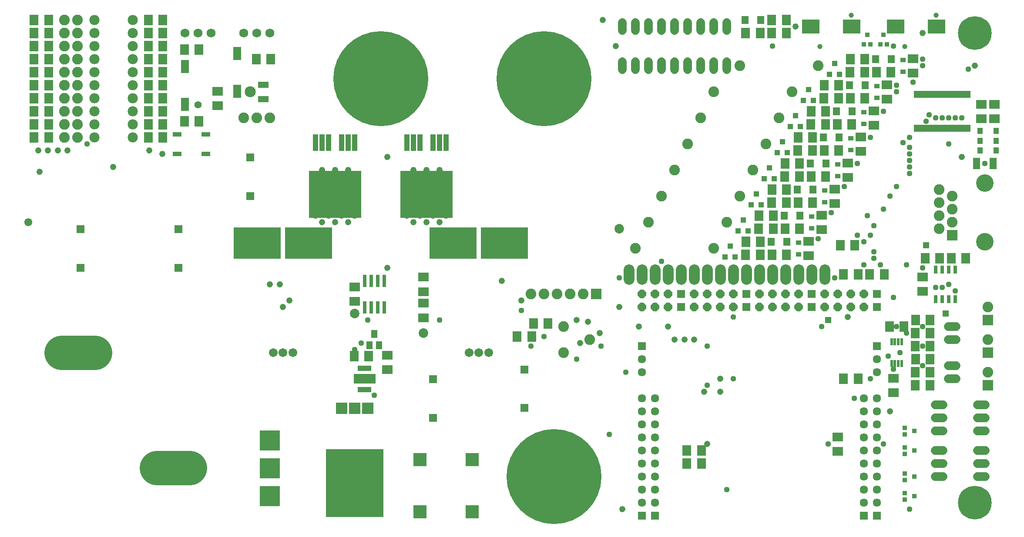
<source format=gts>
G75*
%MOIN*%
%OFA0B0*%
%FSLAX24Y24*%
%IPPOS*%
%LPD*%
%AMOC8*
5,1,8,0,0,1.08239X$1,22.5*
%
%ADD10C,0.2580*%
%ADD11R,0.0198X0.0572*%
%ADD12C,0.0674*%
%ADD13R,0.0407X0.0328*%
%ADD14R,0.0789X0.0710*%
%ADD15R,0.0710X0.0790*%
%ADD16R,0.0395X0.0434*%
%ADD17C,0.0820*%
%ADD18R,0.0710X0.0789*%
%ADD19R,0.0552X0.0631*%
%ADD20R,0.0198X0.0552*%
%ADD21R,0.0552X0.0867*%
%ADD22R,0.0434X0.0454*%
%ADD23R,0.0790X0.0710*%
%ADD24C,0.0671*%
%ADD25R,0.3623X0.2442*%
%ADD26C,0.0477*%
%ADD27C,0.7280*%
%ADD28R,0.0395X0.1261*%
%ADD29R,0.4017X0.3623*%
%ADD30R,0.0316X0.0946*%
%ADD31C,0.2620*%
%ADD32R,0.0595X0.0595*%
%ADD33R,0.1580X0.1580*%
%ADD34R,0.0907X0.0907*%
%ADD35R,0.4411X0.5198*%
%ADD36R,0.0254X0.0430*%
%ADD37R,0.1655X0.0741*%
%ADD38R,0.0474X0.0631*%
%ADD39R,0.0820X0.0820*%
%ADD40C,0.0680*%
%ADD41R,0.0631X0.1025*%
%ADD42R,0.0789X0.0474*%
%ADD43C,0.0780*%
%ADD44R,0.0680X0.0380*%
%ADD45R,0.1340X0.1064*%
%ADD46C,0.0395*%
%ADD47R,0.0356X0.0356*%
%ADD48R,0.0634X0.0634*%
%ADD49OC8,0.0634*%
%ADD50C,0.0634*%
%ADD51C,0.0820*%
%ADD52C,0.1340*%
%ADD53R,0.0273X0.0592*%
%ADD54R,0.1025X0.1025*%
%ADD55C,0.0437*%
%ADD56C,0.0611*%
%ADD57C,0.0730*%
%ADD58C,0.0476*%
%ADD59C,0.0848*%
%ADD60C,0.0555*%
%ADD61R,0.0476X0.0476*%
D10*
X073100Y022125D03*
X073100Y058125D03*
D11*
X072667Y053424D03*
X072470Y053424D03*
X072273Y053424D03*
X072076Y053424D03*
X071880Y053424D03*
X071683Y053424D03*
X071486Y053424D03*
X071289Y053424D03*
X071092Y053424D03*
X070895Y053424D03*
X070698Y053424D03*
X070502Y053424D03*
X070305Y053424D03*
X070108Y053424D03*
X069911Y053424D03*
X069714Y053424D03*
X069517Y053424D03*
X069320Y053424D03*
X069124Y053424D03*
X068927Y053424D03*
X068730Y053424D03*
X068533Y053424D03*
X068533Y050826D03*
X068730Y050826D03*
X068927Y050826D03*
X069124Y050826D03*
X069320Y050826D03*
X069517Y050826D03*
X069714Y050826D03*
X069911Y050826D03*
X070108Y050826D03*
X070305Y050826D03*
X070502Y050826D03*
X070698Y050826D03*
X070895Y050826D03*
X071092Y050826D03*
X071289Y050826D03*
X071486Y050826D03*
X071683Y050826D03*
X071880Y050826D03*
X072076Y050826D03*
X072273Y050826D03*
X072470Y050826D03*
X072667Y050826D03*
D12*
X054100Y055328D02*
X054100Y055922D01*
X053100Y055922D02*
X053100Y055328D01*
X052100Y055328D02*
X052100Y055922D01*
X051100Y055922D02*
X051100Y055328D01*
X050100Y055328D02*
X050100Y055922D01*
X049100Y055922D02*
X049100Y055328D01*
X048100Y055328D02*
X048100Y055922D01*
X047100Y055922D02*
X047100Y055328D01*
X046100Y055328D02*
X046100Y055922D01*
X046100Y058328D02*
X046100Y058922D01*
X047100Y058922D02*
X047100Y058328D01*
X048100Y058328D02*
X048100Y058922D01*
X049100Y058922D02*
X049100Y058328D01*
X050100Y058328D02*
X050100Y058922D01*
X051100Y058922D02*
X051100Y058328D01*
X052100Y058328D02*
X052100Y058922D01*
X053100Y058922D02*
X053100Y058328D01*
X054100Y058328D02*
X054100Y058922D01*
X071053Y035625D02*
X071647Y035625D01*
X071647Y034625D02*
X071053Y034625D01*
X071053Y032625D02*
X071647Y032625D01*
X071647Y031625D02*
X071053Y031625D01*
X070647Y029625D02*
X070053Y029625D01*
X070053Y028625D02*
X070647Y028625D01*
X070647Y027625D02*
X070053Y027625D01*
X070053Y026125D02*
X070647Y026125D01*
X070647Y025125D02*
X070053Y025125D01*
X070053Y024125D02*
X070647Y024125D01*
X073303Y024125D02*
X073897Y024125D01*
X073897Y025125D02*
X073303Y025125D01*
X073303Y026125D02*
X073897Y026125D01*
X073897Y027625D02*
X073303Y027625D01*
X073303Y028625D02*
X073897Y028625D01*
X073897Y029625D02*
X073303Y029625D01*
D13*
X059600Y041172D03*
X059600Y042078D03*
X060600Y043172D03*
X060600Y044078D03*
X061600Y045172D03*
X061600Y046078D03*
X062600Y047172D03*
X062600Y048078D03*
X063600Y049172D03*
X063600Y050078D03*
X064600Y051172D03*
X064600Y052078D03*
X065600Y053172D03*
X065600Y054078D03*
X067600Y055172D03*
X067600Y056078D03*
D14*
X068350Y056176D03*
X068350Y055074D03*
X066350Y054176D03*
X066350Y053074D03*
X065350Y052176D03*
X065350Y051074D03*
X064350Y050176D03*
X064350Y049074D03*
X063350Y048176D03*
X063350Y047074D03*
X062350Y046176D03*
X062350Y045074D03*
X061350Y044176D03*
X061350Y043074D03*
X060350Y042176D03*
X060350Y041074D03*
X069100Y039426D03*
X069100Y038324D03*
X066850Y031676D03*
X066850Y030574D03*
X073600Y051574D03*
X073600Y052676D03*
X028100Y033426D03*
X028100Y032324D03*
X025600Y037574D03*
X025600Y038676D03*
X015100Y052574D03*
X015100Y053676D03*
D15*
X010910Y054125D03*
X010910Y055125D03*
X009790Y055125D03*
X009790Y054125D03*
X009790Y053125D03*
X009790Y052125D03*
X010910Y052125D03*
X010910Y053125D03*
X010910Y051125D03*
X010910Y050125D03*
X009790Y050125D03*
X009790Y051125D03*
X009790Y056125D03*
X009790Y057125D03*
X010910Y057125D03*
X010910Y056125D03*
X010910Y058125D03*
X009790Y058125D03*
X009790Y059125D03*
X010910Y059125D03*
X002160Y059125D03*
X001040Y059125D03*
X001040Y058125D03*
X002160Y058125D03*
X002160Y057125D03*
X002160Y056125D03*
X001040Y056125D03*
X001040Y057125D03*
X001040Y055125D03*
X001040Y054125D03*
X002160Y054125D03*
X002160Y055125D03*
X002160Y053125D03*
X002160Y052125D03*
X001040Y052125D03*
X001040Y053125D03*
X001040Y051125D03*
X001040Y050125D03*
X002160Y050125D03*
X002160Y051125D03*
X038040Y034875D03*
X039160Y034875D03*
X039290Y035875D03*
X040410Y035875D03*
X051040Y026125D03*
X051040Y025125D03*
X052160Y025125D03*
X052160Y026125D03*
X063040Y031625D03*
X064160Y031625D03*
X068540Y031125D03*
X068540Y032125D03*
X069660Y032125D03*
X069660Y031125D03*
X069660Y034125D03*
X069660Y035125D03*
X068540Y035125D03*
X068540Y034125D03*
X066160Y039625D03*
X065040Y039625D03*
X064160Y039625D03*
X063040Y039625D03*
X062790Y041875D03*
X063910Y041875D03*
X058660Y045125D03*
X057540Y045125D03*
X057660Y043125D03*
X056540Y043125D03*
X056660Y041125D03*
X055540Y041125D03*
X058540Y047125D03*
X059660Y047125D03*
X059540Y049125D03*
X060660Y049125D03*
X060540Y051125D03*
X061660Y051125D03*
X061540Y053125D03*
X062660Y053125D03*
X063540Y055125D03*
X064660Y055125D03*
X058660Y058125D03*
X057540Y058125D03*
X056660Y058125D03*
X055540Y058125D03*
X057540Y059125D03*
X058660Y059125D03*
D16*
X062350Y055808D03*
X061976Y054981D03*
X062724Y054981D03*
X060350Y053808D03*
X059976Y052981D03*
X060724Y052981D03*
X059350Y051808D03*
X058976Y050981D03*
X059724Y050981D03*
X058350Y049808D03*
X057976Y048981D03*
X058724Y048981D03*
X057350Y047808D03*
X056976Y046981D03*
X057724Y046981D03*
X056350Y045808D03*
X055976Y044981D03*
X056724Y044981D03*
X055350Y043808D03*
X054976Y042981D03*
X055724Y042981D03*
X054350Y041808D03*
X053976Y040981D03*
X054724Y040981D03*
D17*
X053100Y041625D03*
X054100Y043625D03*
X055100Y045625D03*
X056100Y047625D03*
X057100Y049625D03*
X058100Y051625D03*
X059100Y053625D03*
X061100Y055625D03*
X055100Y055625D03*
X053100Y053625D03*
X052100Y051625D03*
X051100Y049625D03*
X050100Y047625D03*
X049100Y045625D03*
X048100Y043625D03*
X047100Y041625D03*
X043100Y038125D03*
X042100Y038125D03*
X041100Y038125D03*
X040100Y038125D03*
X039100Y038125D03*
X041600Y035625D03*
X043600Y034625D03*
X041600Y033625D03*
X019100Y051625D03*
X018100Y051625D03*
X017100Y051625D03*
X004350Y051125D03*
X004350Y050125D03*
X003350Y050125D03*
X003350Y051125D03*
X003350Y052125D03*
X003350Y053125D03*
X004350Y053125D03*
X004350Y052125D03*
X004350Y054125D03*
X004350Y055125D03*
X003350Y055125D03*
X003350Y054125D03*
X003350Y056125D03*
X003350Y057125D03*
X004350Y057125D03*
X004350Y056125D03*
X004350Y058125D03*
X003350Y058125D03*
X003350Y059125D03*
X004350Y059125D03*
X070350Y046125D03*
X070350Y045125D03*
X070350Y044125D03*
X070350Y043125D03*
X071350Y043625D03*
X071350Y044625D03*
X071350Y045625D03*
X074100Y037125D03*
X074100Y034625D03*
X074100Y032125D03*
D18*
X069651Y033125D03*
X068549Y033125D03*
X067651Y035625D03*
X068549Y036125D03*
X069651Y036125D03*
X066549Y035625D03*
X069299Y040875D03*
X070401Y040875D03*
X071299Y040875D03*
X072401Y040875D03*
X062651Y049125D03*
X061549Y049125D03*
X060651Y050125D03*
X059549Y050125D03*
X060549Y052125D03*
X061651Y052125D03*
X062549Y051125D03*
X063651Y051125D03*
X063549Y053125D03*
X064651Y053125D03*
X062651Y054125D03*
X061549Y054125D03*
X063549Y056125D03*
X064651Y056125D03*
X065549Y055125D03*
X066651Y055125D03*
X059651Y048125D03*
X060549Y047125D03*
X061651Y047125D03*
X060651Y045125D03*
X059549Y045125D03*
X058651Y046125D03*
X057549Y046125D03*
X057651Y044125D03*
X056549Y044125D03*
X058549Y043125D03*
X059651Y043125D03*
X058651Y041125D03*
X057549Y041125D03*
X056651Y042125D03*
X055549Y042125D03*
X058549Y048125D03*
X026651Y033375D03*
X025549Y033375D03*
X013651Y051375D03*
X012549Y051375D03*
X018049Y056125D03*
X019151Y056125D03*
X013651Y056875D03*
X012549Y056875D03*
D19*
X055509Y059125D03*
X056691Y059125D03*
X063509Y054125D03*
X064691Y054125D03*
X065509Y056125D03*
X066691Y056125D03*
X063691Y052125D03*
X062509Y052125D03*
X062691Y050125D03*
X061509Y050125D03*
X061691Y048125D03*
X060509Y048125D03*
X060691Y046125D03*
X059509Y046125D03*
X059691Y044125D03*
X058509Y044125D03*
X058691Y042125D03*
X057509Y042125D03*
D20*
X066716Y034456D03*
X066972Y034456D03*
X067228Y034456D03*
X067483Y034456D03*
X067483Y032793D03*
X067228Y032793D03*
X066972Y032793D03*
X066716Y032793D03*
D21*
X073220Y048125D03*
X074480Y048125D03*
D22*
X074720Y049125D03*
X074720Y049875D03*
X074720Y050625D03*
X073480Y050625D03*
X073480Y049875D03*
X073480Y049125D03*
D23*
X074600Y051565D03*
X074600Y052685D03*
X062600Y027185D03*
X062600Y026065D03*
X030850Y036315D03*
X030850Y037435D03*
X030850Y038315D03*
X030850Y039435D03*
D24*
X034348Y033625D03*
X035100Y033625D03*
X035852Y033625D03*
X020852Y033625D03*
X020100Y033625D03*
X019348Y033625D03*
D25*
X018131Y042050D03*
X022069Y042050D03*
X033131Y042050D03*
X037069Y042050D03*
D26*
X037332Y041263D03*
X037856Y041263D03*
X038328Y041420D03*
X038604Y041775D03*
X038604Y042326D03*
X038328Y042680D03*
X037856Y042838D03*
X037332Y042838D03*
X036805Y042838D03*
X036281Y042838D03*
X035809Y042680D03*
X035533Y042326D03*
X035533Y041775D03*
X035809Y041420D03*
X036281Y041263D03*
X036805Y041263D03*
X034667Y041775D03*
X034391Y041420D03*
X033919Y041263D03*
X033395Y041263D03*
X032868Y041263D03*
X032344Y041263D03*
X031872Y041420D03*
X031596Y041775D03*
X031596Y042326D03*
X031872Y042680D03*
X032344Y042838D03*
X032868Y042838D03*
X033395Y042838D03*
X033919Y042838D03*
X034391Y042680D03*
X034667Y042326D03*
X023604Y042326D03*
X023328Y042680D03*
X022856Y042838D03*
X022332Y042838D03*
X021805Y042838D03*
X021281Y042838D03*
X020809Y042680D03*
X020533Y042326D03*
X020533Y041775D03*
X020809Y041420D03*
X021281Y041263D03*
X021805Y041263D03*
X022332Y041263D03*
X022856Y041263D03*
X023328Y041420D03*
X023604Y041775D03*
X019667Y041775D03*
X019391Y041420D03*
X018919Y041263D03*
X018395Y041263D03*
X017868Y041263D03*
X017344Y041263D03*
X016872Y041420D03*
X016596Y041775D03*
X016596Y042326D03*
X016872Y042680D03*
X017344Y042838D03*
X017868Y042838D03*
X018395Y042838D03*
X018919Y042838D03*
X019391Y042680D03*
X019667Y042326D03*
D27*
X027600Y054625D03*
X040100Y054625D03*
X040850Y024125D03*
D28*
X032600Y049750D03*
X032100Y049750D03*
X031600Y049750D03*
X030600Y049750D03*
X030100Y049750D03*
X029600Y049750D03*
X025600Y049750D03*
X025100Y049750D03*
X024600Y049750D03*
X023600Y049750D03*
X023100Y049750D03*
X022600Y049750D03*
D29*
X024100Y045773D03*
X031100Y045773D03*
D30*
X027850Y039149D03*
X027350Y039149D03*
X026850Y039149D03*
X026350Y039149D03*
X026350Y037101D03*
X026850Y037101D03*
X027350Y037101D03*
X027850Y037101D03*
D31*
X012964Y024790D02*
X010424Y024790D01*
X005681Y033649D02*
X003141Y033649D01*
D32*
X004600Y040149D03*
X004600Y043101D03*
X012100Y043101D03*
X012100Y040149D03*
X017600Y045649D03*
X017600Y048601D03*
X031600Y031601D03*
X031600Y028649D03*
X038600Y029399D03*
X038600Y032351D03*
D33*
X019100Y022625D03*
X019100Y024771D03*
X019100Y026916D03*
D34*
X024600Y029361D03*
X025600Y029361D03*
X026600Y029361D03*
D35*
X025600Y023625D03*
D36*
X025966Y030796D03*
X026222Y030796D03*
X026478Y030796D03*
X026734Y030796D03*
X026734Y032454D03*
X026478Y032454D03*
X026222Y032454D03*
X025966Y032454D03*
D37*
X026350Y031625D03*
D38*
X026726Y034192D03*
X027474Y034192D03*
X027100Y035058D03*
D39*
X044100Y038125D03*
X071350Y042625D03*
X074100Y036125D03*
X074100Y033625D03*
X074100Y031125D03*
D40*
X019100Y058125D03*
X018100Y058125D03*
X017100Y058125D03*
X014600Y058125D03*
X013600Y058125D03*
X012600Y058125D03*
D41*
X012600Y055582D03*
X012600Y052668D03*
X016600Y053668D03*
X016600Y056582D03*
D42*
X018600Y054176D03*
X018600Y053074D03*
D43*
X008600Y053125D03*
X008600Y052125D03*
X008600Y051125D03*
X008600Y050125D03*
X005647Y050125D03*
X005647Y051125D03*
X005647Y052125D03*
X005647Y053125D03*
X005647Y054125D03*
X005647Y055125D03*
X005647Y056125D03*
X005647Y057125D03*
X005647Y058125D03*
X005647Y059125D03*
X008600Y059125D03*
X008600Y058125D03*
X008600Y057125D03*
X008600Y056125D03*
X008600Y055125D03*
X008600Y054125D03*
D44*
X012000Y050375D03*
X012000Y048875D03*
X014200Y048875D03*
X014200Y050375D03*
D45*
X060525Y058625D03*
X063675Y058625D03*
X067025Y058625D03*
X070175Y058625D03*
D46*
X070135Y059511D03*
X067714Y057090D03*
X063635Y059511D03*
X061214Y057090D03*
D47*
X064594Y057261D03*
X065106Y057261D03*
X065844Y057261D03*
X066356Y057261D03*
X066100Y057989D03*
X064850Y057989D03*
X067736Y027881D03*
X067736Y027369D03*
X068464Y027625D03*
X067736Y026381D03*
X067736Y025869D03*
X068464Y026125D03*
X067736Y024381D03*
X067736Y023869D03*
X068464Y024125D03*
X067736Y022881D03*
X067736Y022369D03*
X068464Y022625D03*
D48*
X065600Y021125D03*
X064600Y021125D03*
X048600Y021125D03*
X047600Y021125D03*
X047600Y034125D03*
X050600Y037125D03*
X050600Y038125D03*
X055600Y038125D03*
X055600Y037125D03*
X060600Y037125D03*
X060600Y038125D03*
X065600Y038125D03*
X065600Y037125D03*
X065600Y034125D03*
D49*
X064600Y037125D03*
X063600Y037125D03*
X062600Y037125D03*
X062600Y038125D03*
X063600Y038125D03*
X064600Y038125D03*
X061600Y038125D03*
X061600Y037125D03*
X059600Y037125D03*
X059600Y038125D03*
X058600Y038125D03*
X057600Y038125D03*
X056600Y038125D03*
X056600Y037125D03*
X057600Y037125D03*
X058600Y037125D03*
X054600Y037125D03*
X053600Y037125D03*
X052600Y037125D03*
X052600Y038125D03*
X053600Y038125D03*
X054600Y038125D03*
X051600Y038125D03*
X051600Y037125D03*
X049600Y037125D03*
X048600Y037125D03*
X048600Y038125D03*
X049600Y038125D03*
X047600Y038125D03*
X047600Y037125D03*
D50*
X047600Y033125D03*
X047600Y032125D03*
X047600Y030125D03*
X047600Y029125D03*
X047600Y028125D03*
X047600Y027125D03*
X047600Y026125D03*
X047600Y025125D03*
X047600Y024125D03*
X047600Y023125D03*
X047600Y022125D03*
X048600Y022125D03*
X048600Y023125D03*
X048600Y024125D03*
X048600Y025125D03*
X048600Y026125D03*
X048600Y027125D03*
X048600Y028125D03*
X048600Y029125D03*
X048600Y030125D03*
X064600Y030125D03*
X064600Y029125D03*
X065600Y029125D03*
X065600Y030125D03*
X065600Y028125D03*
X065600Y027125D03*
X064600Y027125D03*
X064600Y028125D03*
X064600Y026125D03*
X064600Y025125D03*
X065600Y025125D03*
X065600Y026125D03*
X065600Y024125D03*
X064600Y024125D03*
X064600Y023125D03*
X064600Y022125D03*
X065600Y022125D03*
X065600Y023125D03*
X065600Y032125D03*
X065600Y033125D03*
D51*
X061600Y039255D02*
X061600Y039995D01*
X060600Y039995D02*
X060600Y039255D01*
X059600Y039255D02*
X059600Y039995D01*
X058600Y039995D02*
X058600Y039255D01*
X057600Y039255D02*
X057600Y039995D01*
X056600Y039995D02*
X056600Y039255D01*
X055600Y039255D02*
X055600Y039995D01*
X054600Y039995D02*
X054600Y039255D01*
X053600Y039255D02*
X053600Y039995D01*
X052600Y039995D02*
X052600Y039255D01*
X051600Y039255D02*
X051600Y039995D01*
X050600Y039995D02*
X050600Y039255D01*
X049600Y039255D02*
X049600Y039995D01*
X048600Y039995D02*
X048600Y039255D01*
X047600Y039255D02*
X047600Y039995D01*
X046600Y039995D02*
X046600Y039255D01*
D52*
X073850Y042125D03*
X073850Y046625D03*
D53*
X071600Y040000D03*
X071100Y040000D03*
X070600Y040000D03*
X070100Y040000D03*
X070100Y037750D03*
X070600Y037750D03*
X071100Y037750D03*
X071600Y037750D03*
D54*
X034600Y025424D03*
X030600Y025424D03*
X030600Y021424D03*
X034600Y021424D03*
D55*
X045100Y027375D03*
X046350Y032125D03*
X044475Y034125D03*
X042600Y033125D03*
X040100Y034875D03*
X039100Y034125D03*
X038350Y036875D03*
X032100Y036125D03*
X026600Y036125D03*
X026100Y034375D03*
X025600Y033875D03*
X027100Y030375D03*
X045850Y039375D03*
X049100Y040625D03*
X054600Y036375D03*
X052600Y034125D03*
X054600Y031625D03*
X052600Y031125D03*
X061350Y035625D03*
X062350Y039375D03*
X064600Y040375D03*
X065350Y040875D03*
X065350Y041375D03*
X064600Y042125D03*
X064100Y042625D03*
X065100Y042625D03*
X065350Y043375D03*
X064850Y044125D03*
X066100Y044625D03*
X066600Y045625D03*
X067100Y046375D03*
X068100Y047375D03*
X068100Y047875D03*
X068100Y048375D03*
X068100Y048875D03*
X068100Y049375D03*
X067600Y049750D03*
X068100Y050125D03*
X069350Y051375D03*
X069600Y051875D03*
X070100Y051625D03*
X070600Y051625D03*
X071100Y051625D03*
X071600Y051625D03*
X072100Y051625D03*
X071100Y049625D03*
X073850Y048125D03*
X067100Y053625D03*
X067100Y054125D03*
X068350Y054375D03*
X069100Y055625D03*
X069100Y056125D03*
X066850Y057125D03*
X066100Y052125D03*
X065100Y050125D03*
X064100Y048125D03*
X063100Y046375D03*
X062100Y044375D03*
X061100Y042375D03*
X065850Y040375D03*
X067850Y040375D03*
X069100Y040125D03*
X070100Y038625D03*
X070600Y038625D03*
X071100Y038875D03*
X071600Y038375D03*
X069100Y035625D03*
X067850Y035125D03*
X067100Y035625D03*
X067350Y033625D03*
X066475Y033375D03*
X066850Y032375D03*
X065100Y031625D03*
X063850Y030125D03*
X061850Y026625D03*
X066100Y026625D03*
X068100Y021625D03*
X069100Y032625D03*
X069100Y034125D03*
X066850Y037875D03*
X054100Y023125D03*
X072600Y055375D03*
X057600Y057125D03*
X005100Y049625D03*
D56*
X000600Y043625D03*
D57*
X025600Y036625D03*
X030850Y035125D03*
X045850Y043125D03*
D58*
X038350Y037625D03*
X036850Y039125D03*
X042600Y036125D03*
X043475Y036000D03*
X044350Y035125D03*
X042850Y034375D03*
X045850Y037125D03*
X047350Y035625D03*
X049600Y035625D03*
X050100Y034625D03*
X050850Y034625D03*
X051600Y034625D03*
X053600Y031625D03*
X053600Y030625D03*
X052350Y030625D03*
X052600Y026625D03*
X046100Y021625D03*
X063350Y036375D03*
X066600Y029125D03*
X072100Y048625D03*
X073100Y055625D03*
X069100Y058125D03*
X059350Y058625D03*
X045600Y057125D03*
X044600Y059125D03*
X032100Y047625D03*
X031600Y047125D03*
X031100Y046625D03*
X030600Y046125D03*
X031100Y045625D03*
X030600Y045125D03*
X030100Y044625D03*
X029600Y044125D03*
X030100Y043625D03*
X030600Y044125D03*
X031100Y043625D03*
X031600Y044125D03*
X031100Y044625D03*
X031600Y045125D03*
X032100Y044625D03*
X032600Y044125D03*
X032100Y043625D03*
X032600Y045125D03*
X032100Y045625D03*
X032600Y046125D03*
X032100Y046625D03*
X031600Y046125D03*
X030600Y047125D03*
X030100Y046625D03*
X029600Y046125D03*
X030100Y045625D03*
X029600Y045125D03*
X029600Y047125D03*
X030100Y047625D03*
X031100Y047625D03*
X032600Y047125D03*
X028100Y048625D03*
X025600Y047125D03*
X025100Y046625D03*
X024600Y046125D03*
X024100Y046625D03*
X023600Y046125D03*
X024100Y045625D03*
X023600Y045125D03*
X023100Y044625D03*
X022600Y044125D03*
X023100Y043625D03*
X023600Y044125D03*
X024100Y043625D03*
X024600Y044125D03*
X024100Y044625D03*
X024600Y045125D03*
X025100Y044625D03*
X025600Y044125D03*
X025100Y043625D03*
X025600Y045125D03*
X025100Y045625D03*
X025600Y046125D03*
X024600Y047125D03*
X024100Y047625D03*
X023600Y047125D03*
X023100Y046625D03*
X022600Y046125D03*
X023100Y045625D03*
X022600Y045125D03*
X022600Y047125D03*
X023100Y047625D03*
X025100Y047625D03*
X028100Y040125D03*
X020600Y037625D03*
X020100Y037125D03*
X019850Y038875D03*
X019100Y038875D03*
X007100Y047875D03*
X009850Y049125D03*
X010850Y048875D03*
X003600Y049125D03*
X002850Y049125D03*
X002100Y049125D03*
X001350Y049125D03*
X001475Y047500D03*
D59*
X017600Y053625D03*
D60*
X013600Y052625D03*
D61*
X061850Y036125D03*
X069350Y041875D03*
X070850Y036625D03*
M02*

</source>
